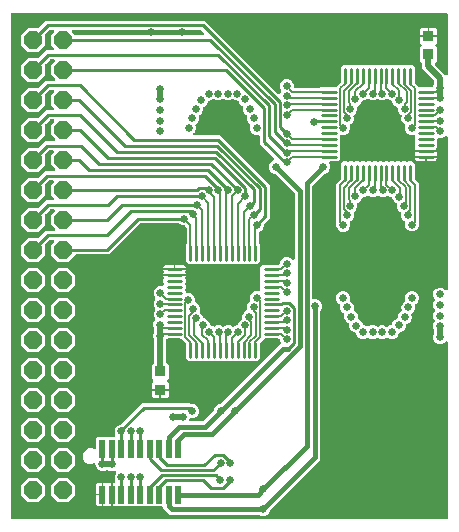
<source format=gbr>
G04 EAGLE Gerber RS-274X export*
G75*
%MOMM*%
%FSLAX34Y34*%
%LPD*%
%INBottom Copper*%
%IPPOS*%
%AMOC8*
5,1,8,0,0,1.08239X$1,22.5*%
G01*
G04 Define Apertures*
%ADD10C,0.250000*%
%ADD11R,0.970200X0.920900*%
%ADD12P,1.64956X8X112.5*%
%ADD13R,0.550000X1.500000*%
%ADD14C,0.654800*%
%ADD15C,0.203200*%
%ADD16C,0.152400*%
%ADD17C,0.254000*%
%ADD18C,0.406400*%
%ADD19C,0.508000*%
G36*
X371685Y2641D02*
X372102Y2926D01*
X372375Y3352D01*
X372460Y3810D01*
X372460Y152172D01*
X372359Y152667D01*
X372074Y153084D01*
X371648Y153356D01*
X371150Y153441D01*
X370658Y153325D01*
X370292Y153070D01*
X369293Y152071D01*
X367157Y151186D01*
X364843Y151186D01*
X362707Y152071D01*
X361071Y153707D01*
X360186Y155843D01*
X360186Y158157D01*
X360823Y159695D01*
X360920Y160181D01*
X360920Y162819D01*
X360823Y163305D01*
X360186Y164843D01*
X360186Y167157D01*
X361071Y169293D01*
X361380Y169602D01*
X361659Y170023D01*
X361752Y170520D01*
X361643Y171014D01*
X361380Y171398D01*
X361071Y171707D01*
X360186Y173843D01*
X360186Y176157D01*
X361071Y178293D01*
X361380Y178602D01*
X361659Y179023D01*
X361752Y179520D01*
X361643Y180014D01*
X361380Y180398D01*
X361071Y180707D01*
X360186Y182843D01*
X360186Y185157D01*
X361071Y187293D01*
X361380Y187602D01*
X361659Y188023D01*
X361752Y188520D01*
X361643Y189014D01*
X361380Y189398D01*
X361071Y189707D01*
X360186Y191843D01*
X360186Y194157D01*
X361071Y196293D01*
X362707Y197929D01*
X364843Y198814D01*
X367157Y198814D01*
X369293Y197929D01*
X370292Y196930D01*
X370713Y196651D01*
X371210Y196558D01*
X371704Y196667D01*
X372116Y196959D01*
X372382Y197389D01*
X372460Y197828D01*
X372460Y326172D01*
X372359Y326667D01*
X372074Y327084D01*
X371648Y327356D01*
X371150Y327441D01*
X370658Y327325D01*
X370292Y327070D01*
X369293Y326071D01*
X367157Y325186D01*
X364810Y325186D01*
X364315Y325085D01*
X363898Y324800D01*
X363625Y324374D01*
X363540Y323916D01*
X363540Y322930D01*
X363508Y322898D01*
X363229Y322477D01*
X363136Y321980D01*
X363245Y321486D01*
X363508Y321102D01*
X363540Y321070D01*
X363540Y317930D01*
X363508Y317898D01*
X363229Y317477D01*
X363136Y316980D01*
X363245Y316486D01*
X363508Y316102D01*
X363540Y316070D01*
X363540Y315262D01*
X344460Y315262D01*
X344460Y316070D01*
X344492Y316102D01*
X344771Y316523D01*
X344864Y317020D01*
X344755Y317514D01*
X344492Y317898D01*
X344460Y317930D01*
X344460Y321070D01*
X344492Y321102D01*
X344771Y321523D01*
X344864Y322020D01*
X344755Y322514D01*
X344492Y322898D01*
X344460Y322930D01*
X344460Y326070D01*
X344480Y326089D01*
X344759Y326511D01*
X344851Y327008D01*
X344743Y327501D01*
X344450Y327914D01*
X344020Y328179D01*
X343521Y328256D01*
X343208Y328186D01*
X340843Y328186D01*
X338707Y329071D01*
X337071Y330707D01*
X336186Y332843D01*
X336186Y335156D01*
X336332Y335509D01*
X336429Y336006D01*
X336324Y336500D01*
X336035Y336915D01*
X335749Y337101D01*
X334071Y338779D01*
X333186Y340915D01*
X333186Y343228D01*
X333332Y343581D01*
X333429Y344078D01*
X333324Y344572D01*
X333035Y344987D01*
X332749Y345173D01*
X331071Y346851D01*
X330186Y348987D01*
X330186Y350491D01*
X330085Y350987D01*
X329800Y351404D01*
X329402Y351665D01*
X327916Y352280D01*
X326280Y353916D01*
X325341Y356184D01*
X325295Y356411D01*
X325009Y356828D01*
X324583Y357101D01*
X324125Y357186D01*
X323843Y357186D01*
X321495Y358159D01*
X321441Y358195D01*
X320944Y358288D01*
X320450Y358179D01*
X320401Y358146D01*
X318085Y357186D01*
X315771Y357186D01*
X313480Y358135D01*
X313327Y358236D01*
X312830Y358329D01*
X312365Y358232D01*
X310013Y357258D01*
X307699Y357258D01*
X305347Y358232D01*
X304851Y358329D01*
X304357Y358224D01*
X304215Y358128D01*
X301941Y357186D01*
X300936Y357186D01*
X300441Y357085D01*
X300024Y356800D01*
X299763Y356402D01*
X299061Y354707D01*
X297425Y353071D01*
X296597Y352728D01*
X296178Y352446D01*
X295902Y352022D01*
X295819Y351553D01*
X295814Y351553D01*
X295814Y351526D01*
X295814Y351524D01*
X295814Y351523D01*
X295814Y348987D01*
X294929Y346851D01*
X293244Y345166D01*
X292936Y344958D01*
X292660Y344535D01*
X292572Y344037D01*
X292668Y343581D01*
X292814Y343228D01*
X292814Y340915D01*
X291929Y338779D01*
X290244Y337094D01*
X289936Y336886D01*
X289660Y336463D01*
X289572Y335965D01*
X289668Y335509D01*
X289814Y335156D01*
X289814Y332843D01*
X288929Y330707D01*
X287293Y329071D01*
X285157Y328186D01*
X282775Y328186D01*
X282408Y328257D01*
X281914Y328153D01*
X281499Y327864D01*
X281230Y327436D01*
X281150Y326937D01*
X281270Y326446D01*
X281520Y326089D01*
X281540Y326070D01*
X281540Y322930D01*
X281508Y322898D01*
X281229Y322477D01*
X281136Y321980D01*
X281245Y321486D01*
X281508Y321102D01*
X281540Y321070D01*
X281540Y317930D01*
X281508Y317898D01*
X281229Y317477D01*
X281136Y316980D01*
X281245Y316486D01*
X281508Y316102D01*
X281540Y316070D01*
X281540Y312930D01*
X281508Y312898D01*
X281229Y312477D01*
X281136Y311980D01*
X281245Y311486D01*
X281508Y311102D01*
X281540Y311070D01*
X281540Y307930D01*
X279320Y305710D01*
X273243Y305710D01*
X272747Y305609D01*
X272331Y305324D01*
X272058Y304898D01*
X271973Y304400D01*
X272069Y303954D01*
X272814Y302156D01*
X272814Y299843D01*
X271929Y297707D01*
X270293Y296071D01*
X268136Y295178D01*
X267683Y295085D01*
X267280Y294814D01*
X257944Y285478D01*
X257665Y285057D01*
X257572Y284580D01*
X257572Y190084D01*
X257673Y189589D01*
X257958Y189172D01*
X258384Y188899D01*
X258842Y188814D01*
X261157Y188814D01*
X263293Y187929D01*
X264929Y186293D01*
X265814Y184157D01*
X265814Y181843D01*
X264920Y179686D01*
X264665Y179300D01*
X264572Y178824D01*
X264572Y53106D01*
X222186Y10720D01*
X221907Y10299D01*
X221822Y9862D01*
X220929Y7707D01*
X219293Y6071D01*
X217157Y5186D01*
X214843Y5186D01*
X212686Y6080D01*
X212300Y6335D01*
X211824Y6428D01*
X137106Y6428D01*
X131428Y12106D01*
X131428Y12190D01*
X131327Y12685D01*
X131042Y13102D01*
X130616Y13375D01*
X130158Y13460D01*
X88762Y13460D01*
X88762Y33540D01*
X89726Y33540D01*
X90221Y33641D01*
X90638Y33926D01*
X90910Y34352D01*
X90995Y34850D01*
X90899Y35296D01*
X90258Y36844D01*
X90258Y39157D01*
X91143Y41293D01*
X91264Y41414D01*
X91543Y41836D01*
X91636Y42333D01*
X91528Y42826D01*
X91235Y43239D01*
X90805Y43504D01*
X90305Y43581D01*
X89880Y43486D01*
X89156Y43186D01*
X86843Y43186D01*
X85305Y43823D01*
X84819Y43920D01*
X83181Y43920D01*
X82695Y43823D01*
X81157Y43186D01*
X78843Y43186D01*
X76707Y44071D01*
X75071Y45707D01*
X74186Y47843D01*
X74186Y48754D01*
X74085Y49250D01*
X73800Y49667D01*
X73374Y49939D01*
X72876Y50024D01*
X72430Y49928D01*
X71301Y49460D01*
X68699Y49460D01*
X66295Y50456D01*
X64456Y52295D01*
X63460Y54699D01*
X63460Y57301D01*
X64456Y59705D01*
X66295Y61544D01*
X68699Y62540D01*
X71301Y62540D01*
X72954Y61855D01*
X73450Y61759D01*
X73945Y61863D01*
X74359Y62152D01*
X74628Y62580D01*
X74710Y63029D01*
X74710Y71052D01*
X76198Y72540D01*
X89726Y72540D01*
X90221Y72641D01*
X90638Y72926D01*
X90910Y73352D01*
X90995Y73850D01*
X90899Y74296D01*
X90258Y75844D01*
X90258Y78157D01*
X91143Y80293D01*
X92779Y81929D01*
X94931Y82820D01*
X95395Y82915D01*
X95798Y83186D01*
X113490Y100878D01*
X154510Y100878D01*
X155202Y100186D01*
X155624Y99907D01*
X156100Y99814D01*
X157157Y99814D01*
X159293Y98929D01*
X160929Y97293D01*
X161814Y95157D01*
X161814Y92843D01*
X160929Y90707D01*
X159293Y89071D01*
X157157Y88186D01*
X154804Y88186D01*
X154309Y88085D01*
X153892Y87800D01*
X153631Y87402D01*
X153600Y87328D01*
X153504Y86832D01*
X153608Y86337D01*
X153897Y85923D01*
X154325Y85654D01*
X154774Y85572D01*
X164580Y85572D01*
X165076Y85673D01*
X165478Y85944D01*
X173814Y94280D01*
X174093Y94701D01*
X174178Y95138D01*
X175071Y97293D01*
X176707Y98929D01*
X178864Y99823D01*
X179318Y99915D01*
X179720Y100186D01*
X230521Y150987D01*
X230800Y151408D01*
X230893Y151905D01*
X230796Y152371D01*
X230186Y153844D01*
X230186Y154440D01*
X230085Y154935D01*
X229800Y155352D01*
X229374Y155625D01*
X228916Y155710D01*
X217906Y155710D01*
X217410Y155609D01*
X217008Y155338D01*
X213662Y151992D01*
X213383Y151571D01*
X213290Y151094D01*
X213290Y138680D01*
X211070Y136460D01*
X207930Y136460D01*
X207898Y136492D01*
X207477Y136771D01*
X206980Y136864D01*
X206486Y136755D01*
X206102Y136492D01*
X206070Y136460D01*
X202930Y136460D01*
X202898Y136492D01*
X202477Y136771D01*
X201980Y136864D01*
X201486Y136755D01*
X201102Y136492D01*
X201070Y136460D01*
X197930Y136460D01*
X197898Y136492D01*
X197477Y136771D01*
X196980Y136864D01*
X196486Y136755D01*
X196102Y136492D01*
X196070Y136460D01*
X192930Y136460D01*
X192898Y136492D01*
X192477Y136771D01*
X191980Y136864D01*
X191486Y136755D01*
X191102Y136492D01*
X191070Y136460D01*
X187930Y136460D01*
X187898Y136492D01*
X187477Y136771D01*
X186980Y136864D01*
X186486Y136755D01*
X186102Y136492D01*
X186070Y136460D01*
X182930Y136460D01*
X182898Y136492D01*
X182477Y136771D01*
X181980Y136864D01*
X181486Y136755D01*
X181102Y136492D01*
X181070Y136460D01*
X177930Y136460D01*
X177898Y136492D01*
X177477Y136771D01*
X176980Y136864D01*
X176486Y136755D01*
X176102Y136492D01*
X176070Y136460D01*
X172930Y136460D01*
X172898Y136492D01*
X172477Y136771D01*
X171980Y136864D01*
X171486Y136755D01*
X171102Y136492D01*
X171070Y136460D01*
X167930Y136460D01*
X167898Y136492D01*
X167477Y136771D01*
X166980Y136864D01*
X166486Y136755D01*
X166102Y136492D01*
X166070Y136460D01*
X162930Y136460D01*
X162898Y136492D01*
X162477Y136771D01*
X161980Y136864D01*
X161486Y136755D01*
X161102Y136492D01*
X161070Y136460D01*
X157930Y136460D01*
X157898Y136492D01*
X157477Y136771D01*
X156980Y136864D01*
X156486Y136755D01*
X156102Y136492D01*
X156070Y136460D01*
X152930Y136460D01*
X150710Y138680D01*
X150710Y151094D01*
X150609Y151590D01*
X150338Y151992D01*
X146992Y155338D01*
X146571Y155617D01*
X146094Y155710D01*
X135350Y155710D01*
X134855Y155609D01*
X134438Y155324D01*
X134165Y154898D01*
X134080Y154440D01*
X134080Y136161D01*
X134181Y135665D01*
X134466Y135248D01*
X134685Y135108D01*
X136391Y133403D01*
X136391Y122089D01*
X135200Y120898D01*
X134921Y120477D01*
X134828Y119980D01*
X134936Y119486D01*
X135200Y119102D01*
X136391Y117911D01*
X136391Y113016D01*
X121609Y113016D01*
X121609Y117911D01*
X122800Y119102D01*
X123080Y119523D01*
X123172Y120020D01*
X123064Y120514D01*
X122800Y120898D01*
X121609Y122089D01*
X121609Y133403D01*
X123311Y135105D01*
X123562Y135277D01*
X123835Y135703D01*
X123920Y136161D01*
X123920Y154819D01*
X123823Y155305D01*
X123186Y156843D01*
X123186Y159157D01*
X123823Y160695D01*
X123920Y161181D01*
X123920Y163819D01*
X123823Y164305D01*
X123186Y165843D01*
X123186Y168157D01*
X124071Y170293D01*
X124446Y170668D01*
X124725Y171089D01*
X124818Y171586D01*
X124709Y172080D01*
X124446Y172464D01*
X124203Y172707D01*
X123318Y174843D01*
X123318Y177157D01*
X124203Y179293D01*
X124512Y179602D01*
X124791Y180023D01*
X124884Y180520D01*
X124775Y181014D01*
X124512Y181398D01*
X124203Y181707D01*
X123318Y183843D01*
X123318Y186157D01*
X124203Y188293D01*
X124512Y188602D01*
X124791Y189023D01*
X124884Y189520D01*
X124775Y190014D01*
X124512Y190398D01*
X124203Y190707D01*
X123318Y192843D01*
X123318Y195157D01*
X124203Y197293D01*
X125839Y198929D01*
X127975Y199814D01*
X130190Y199814D01*
X130685Y199915D01*
X131102Y200200D01*
X131375Y200626D01*
X131457Y201067D01*
X131492Y201102D01*
X131771Y201523D01*
X131864Y202020D01*
X131755Y202514D01*
X131492Y202898D01*
X131460Y202930D01*
X131460Y206070D01*
X131492Y206102D01*
X131771Y206523D01*
X131864Y207020D01*
X131755Y207514D01*
X131492Y207898D01*
X131460Y207930D01*
X131460Y208738D01*
X150540Y208738D01*
X150540Y207930D01*
X150508Y207898D01*
X150229Y207477D01*
X150136Y206980D01*
X150245Y206486D01*
X150508Y206102D01*
X150540Y206070D01*
X150540Y202930D01*
X150508Y202898D01*
X150229Y202477D01*
X150136Y201980D01*
X150245Y201486D01*
X150508Y201102D01*
X150540Y201070D01*
X150540Y197930D01*
X150508Y197898D01*
X150229Y197477D01*
X150136Y196980D01*
X150245Y196486D01*
X150508Y196102D01*
X150540Y196070D01*
X150540Y195285D01*
X150641Y194790D01*
X150926Y194373D01*
X151352Y194101D01*
X151810Y194015D01*
X153991Y194015D01*
X156128Y193130D01*
X157764Y191495D01*
X158649Y189358D01*
X158649Y187081D01*
X158749Y186586D01*
X159035Y186169D01*
X159433Y185908D01*
X160061Y185647D01*
X161697Y184012D01*
X162582Y181875D01*
X162582Y179562D01*
X162260Y178785D01*
X162163Y178289D01*
X162268Y177794D01*
X162535Y177401D01*
X163996Y175940D01*
X164969Y173592D01*
X164982Y173527D01*
X165268Y173110D01*
X165693Y172838D01*
X165752Y172827D01*
X168068Y171868D01*
X169704Y170232D01*
X170676Y167884D01*
X170690Y167820D01*
X170975Y167403D01*
X171401Y167130D01*
X171459Y167119D01*
X173776Y166160D01*
X173825Y166111D01*
X174247Y165831D01*
X174744Y165739D01*
X175209Y165835D01*
X177398Y166742D01*
X179711Y166742D01*
X182063Y165768D01*
X182560Y165671D01*
X183054Y165776D01*
X183196Y165872D01*
X185470Y166814D01*
X187783Y166814D01*
X190064Y165869D01*
X190236Y165755D01*
X190733Y165663D01*
X191227Y165771D01*
X191383Y165878D01*
X193841Y166896D01*
X193930Y166915D01*
X194347Y167200D01*
X194620Y167626D01*
X194626Y167661D01*
X195590Y169988D01*
X197226Y171624D01*
X197785Y171855D01*
X198204Y172138D01*
X198480Y172562D01*
X198569Y173029D01*
X198569Y175403D01*
X199454Y177540D01*
X201089Y179176D01*
X201469Y179333D01*
X201888Y179616D01*
X202164Y180039D01*
X202253Y180537D01*
X202209Y180745D01*
X202209Y183179D01*
X203094Y185316D01*
X204850Y187072D01*
X205129Y187494D01*
X205222Y187991D01*
X205126Y188457D01*
X204926Y188938D01*
X204926Y191251D01*
X205811Y193388D01*
X207447Y195024D01*
X209583Y195909D01*
X211896Y195909D01*
X212104Y195823D01*
X212600Y195726D01*
X213095Y195831D01*
X213488Y196098D01*
X213492Y196102D01*
X213771Y196523D01*
X213864Y197020D01*
X213755Y197514D01*
X213492Y197898D01*
X213460Y197930D01*
X213460Y201070D01*
X213492Y201102D01*
X213771Y201523D01*
X213864Y202020D01*
X213755Y202514D01*
X213492Y202898D01*
X213460Y202930D01*
X213460Y206070D01*
X213492Y206102D01*
X213771Y206523D01*
X213864Y207020D01*
X213755Y207514D01*
X213492Y207898D01*
X213460Y207930D01*
X213460Y211070D01*
X213492Y211102D01*
X213771Y211523D01*
X213864Y212020D01*
X213755Y212514D01*
X213492Y212898D01*
X213460Y212930D01*
X213460Y216070D01*
X215680Y218290D01*
X228916Y218290D01*
X229411Y218391D01*
X229828Y218676D01*
X230101Y219102D01*
X230186Y219560D01*
X230186Y220196D01*
X231071Y222333D01*
X232707Y223968D01*
X234843Y224854D01*
X237157Y224854D01*
X239293Y223968D01*
X240672Y222590D01*
X241093Y222311D01*
X241590Y222218D01*
X242084Y222326D01*
X242496Y222619D01*
X242762Y223049D01*
X242840Y223488D01*
X242840Y278168D01*
X242739Y278664D01*
X242468Y279066D01*
X226720Y294814D01*
X226299Y295093D01*
X225862Y295178D01*
X223707Y296071D01*
X222071Y297707D01*
X221186Y299843D01*
X221186Y302157D01*
X222071Y304293D01*
X223707Y305929D01*
X224762Y306366D01*
X225181Y306649D01*
X225457Y307072D01*
X225546Y307570D01*
X225434Y308063D01*
X225174Y308438D01*
X213126Y320486D01*
X213126Y326916D01*
X213025Y327411D01*
X212740Y327828D01*
X212314Y328101D01*
X211856Y328186D01*
X209711Y328186D01*
X207575Y329071D01*
X205939Y330707D01*
X205054Y332843D01*
X205054Y335157D01*
X205220Y335556D01*
X205316Y336052D01*
X205212Y336547D01*
X204923Y336961D01*
X204825Y337025D01*
X203071Y338779D01*
X202186Y340915D01*
X202186Y343228D01*
X202332Y343581D01*
X202429Y344078D01*
X202324Y344572D01*
X202035Y344987D01*
X201749Y345173D01*
X200071Y346851D01*
X199186Y348987D01*
X199186Y351536D01*
X199196Y351587D01*
X199092Y352082D01*
X198803Y352496D01*
X198412Y352751D01*
X197639Y353071D01*
X196003Y354707D01*
X195301Y356402D01*
X195018Y356821D01*
X194595Y357097D01*
X194128Y357186D01*
X193059Y357186D01*
X190768Y358135D01*
X190615Y358236D01*
X190118Y358329D01*
X189653Y358232D01*
X187301Y357258D01*
X184987Y357258D01*
X182635Y358232D01*
X182139Y358329D01*
X181645Y358224D01*
X181503Y358128D01*
X179229Y357186D01*
X176915Y357186D01*
X174567Y358159D01*
X174513Y358195D01*
X174016Y358288D01*
X173522Y358179D01*
X173473Y358146D01*
X171157Y357186D01*
X170875Y357186D01*
X170379Y357085D01*
X169963Y356800D01*
X169690Y356374D01*
X169651Y356165D01*
X168720Y353916D01*
X167084Y352280D01*
X165598Y351665D01*
X165179Y351382D01*
X164903Y350959D01*
X164814Y350491D01*
X164814Y349040D01*
X163929Y346903D01*
X162244Y345219D01*
X161936Y345011D01*
X161660Y344587D01*
X161572Y344090D01*
X161668Y343634D01*
X161814Y343281D01*
X161814Y340968D01*
X160929Y338831D01*
X159208Y337111D01*
X158981Y336958D01*
X158705Y336534D01*
X158617Y336036D01*
X158713Y335581D01*
X158867Y335209D01*
X158867Y332896D01*
X157982Y330759D01*
X157200Y329978D01*
X156921Y329557D01*
X156828Y329060D01*
X156937Y328566D01*
X157229Y328154D01*
X157659Y327888D01*
X158098Y327810D01*
X179578Y327810D01*
X221810Y285578D01*
X221810Y257422D01*
X217186Y252798D01*
X216907Y252376D01*
X216814Y251900D01*
X216814Y250843D01*
X215929Y248707D01*
X214293Y247071D01*
X213586Y246778D01*
X213167Y246496D01*
X212891Y246072D01*
X212802Y245605D01*
X212802Y236334D01*
X212903Y235839D01*
X213174Y235436D01*
X213290Y235320D01*
X213290Y220680D01*
X211070Y218460D01*
X207930Y218460D01*
X207898Y218492D01*
X207477Y218771D01*
X206980Y218864D01*
X206486Y218755D01*
X206102Y218492D01*
X206070Y218460D01*
X202930Y218460D01*
X202898Y218492D01*
X202477Y218771D01*
X201980Y218864D01*
X201486Y218755D01*
X201102Y218492D01*
X201070Y218460D01*
X197930Y218460D01*
X197898Y218492D01*
X197477Y218771D01*
X196980Y218864D01*
X196486Y218755D01*
X196102Y218492D01*
X196070Y218460D01*
X192930Y218460D01*
X192898Y218492D01*
X192477Y218771D01*
X191980Y218864D01*
X191486Y218755D01*
X191102Y218492D01*
X191070Y218460D01*
X187930Y218460D01*
X187898Y218492D01*
X187477Y218771D01*
X186980Y218864D01*
X186486Y218755D01*
X186102Y218492D01*
X186070Y218460D01*
X182930Y218460D01*
X182898Y218492D01*
X182477Y218771D01*
X181980Y218864D01*
X181486Y218755D01*
X181102Y218492D01*
X181070Y218460D01*
X177930Y218460D01*
X177898Y218492D01*
X177477Y218771D01*
X176980Y218864D01*
X176486Y218755D01*
X176102Y218492D01*
X176070Y218460D01*
X172930Y218460D01*
X172898Y218492D01*
X172477Y218771D01*
X171980Y218864D01*
X171486Y218755D01*
X171102Y218492D01*
X171070Y218460D01*
X167930Y218460D01*
X167898Y218492D01*
X167477Y218771D01*
X166980Y218864D01*
X166486Y218755D01*
X166102Y218492D01*
X166070Y218460D01*
X162930Y218460D01*
X162898Y218492D01*
X162477Y218771D01*
X161980Y218864D01*
X161486Y218755D01*
X161102Y218492D01*
X161070Y218460D01*
X157930Y218460D01*
X157898Y218492D01*
X157477Y218771D01*
X156980Y218864D01*
X156486Y218755D01*
X156102Y218492D01*
X156070Y218460D01*
X152930Y218460D01*
X150710Y220680D01*
X150710Y235320D01*
X150826Y235436D01*
X151105Y235857D01*
X151198Y236334D01*
X151198Y249567D01*
X151097Y250063D01*
X150826Y250465D01*
X150244Y251047D01*
X149823Y251326D01*
X149346Y251419D01*
X147658Y251419D01*
X145521Y252304D01*
X144861Y252965D01*
X144439Y253244D01*
X143963Y253337D01*
X112251Y253337D01*
X111756Y253236D01*
X111353Y252965D01*
X85278Y226890D01*
X57784Y226890D01*
X57289Y226789D01*
X56886Y226518D01*
X50908Y220540D01*
X42492Y220540D01*
X36540Y226492D01*
X36540Y234908D01*
X38654Y237022D01*
X38933Y237443D01*
X39025Y237940D01*
X38917Y238434D01*
X38625Y238846D01*
X38194Y239112D01*
X37756Y239190D01*
X35704Y239190D01*
X35209Y239089D01*
X34806Y238818D01*
X31832Y235844D01*
X31553Y235422D01*
X31460Y234946D01*
X31460Y226492D01*
X25508Y220540D01*
X17092Y220540D01*
X11140Y226492D01*
X11140Y234908D01*
X17092Y240860D01*
X25546Y240860D01*
X26041Y240961D01*
X26444Y241232D01*
X32022Y246810D01*
X38556Y246810D01*
X39051Y246911D01*
X39468Y247196D01*
X39740Y247622D01*
X39825Y248120D01*
X39709Y248612D01*
X39454Y248978D01*
X36540Y251892D01*
X36540Y260308D01*
X39254Y263022D01*
X39533Y263443D01*
X39625Y263940D01*
X39517Y264434D01*
X39225Y264846D01*
X38794Y265112D01*
X38356Y265190D01*
X36304Y265190D01*
X35809Y265089D01*
X35406Y264818D01*
X31832Y261244D01*
X31553Y260822D01*
X31460Y260346D01*
X31460Y251892D01*
X25508Y245940D01*
X17092Y245940D01*
X11140Y251892D01*
X11140Y260308D01*
X17092Y266260D01*
X25546Y266260D01*
X26041Y266361D01*
X26444Y266632D01*
X32622Y272810D01*
X37956Y272810D01*
X38451Y272911D01*
X38868Y273196D01*
X39140Y273622D01*
X39225Y274120D01*
X39109Y274612D01*
X38854Y274978D01*
X36540Y277292D01*
X36540Y285708D01*
X38470Y287638D01*
X38749Y288059D01*
X38841Y288556D01*
X38733Y289050D01*
X38441Y289462D01*
X38010Y289728D01*
X37572Y289806D01*
X35520Y289806D01*
X35025Y289705D01*
X34622Y289434D01*
X31832Y286644D01*
X31553Y286222D01*
X31460Y285746D01*
X31460Y277292D01*
X25508Y271340D01*
X17092Y271340D01*
X11140Y277292D01*
X11140Y285708D01*
X17092Y291660D01*
X25546Y291660D01*
X26041Y291761D01*
X26444Y292032D01*
X31838Y297426D01*
X38740Y297426D01*
X39235Y297527D01*
X39652Y297812D01*
X39924Y298238D01*
X40009Y298736D01*
X39893Y299228D01*
X39638Y299594D01*
X36540Y302692D01*
X36540Y311108D01*
X38454Y313022D01*
X38733Y313443D01*
X38825Y313940D01*
X38717Y314434D01*
X38425Y314846D01*
X37994Y315112D01*
X37556Y315190D01*
X35504Y315190D01*
X35009Y315089D01*
X34606Y314818D01*
X31832Y312044D01*
X31553Y311622D01*
X31460Y311146D01*
X31460Y302692D01*
X25508Y296740D01*
X17092Y296740D01*
X11140Y302692D01*
X11140Y311108D01*
X17092Y317060D01*
X25546Y317060D01*
X26041Y317161D01*
X26444Y317432D01*
X31822Y322810D01*
X38756Y322810D01*
X39251Y322911D01*
X39668Y323196D01*
X39940Y323622D01*
X40025Y324120D01*
X39909Y324612D01*
X39654Y324978D01*
X36540Y328092D01*
X36540Y336508D01*
X39054Y339022D01*
X39333Y339443D01*
X39425Y339940D01*
X39317Y340434D01*
X39025Y340846D01*
X38594Y341112D01*
X38156Y341190D01*
X36104Y341190D01*
X35609Y341089D01*
X35206Y340818D01*
X31832Y337444D01*
X31553Y337022D01*
X31460Y336546D01*
X31460Y328092D01*
X25508Y322140D01*
X17092Y322140D01*
X11140Y328092D01*
X11140Y336508D01*
X17092Y342460D01*
X25546Y342460D01*
X26041Y342561D01*
X26444Y342832D01*
X32422Y348810D01*
X38156Y348810D01*
X38651Y348911D01*
X39068Y349196D01*
X39340Y349622D01*
X39425Y350120D01*
X39309Y350612D01*
X39054Y350978D01*
X36540Y353492D01*
X36540Y361908D01*
X38654Y364022D01*
X38933Y364443D01*
X39025Y364940D01*
X38917Y365434D01*
X38625Y365846D01*
X38194Y366112D01*
X37756Y366190D01*
X35704Y366190D01*
X35209Y366089D01*
X34806Y365818D01*
X31832Y362844D01*
X31553Y362422D01*
X31460Y361946D01*
X31460Y353492D01*
X25508Y347540D01*
X17092Y347540D01*
X11140Y353492D01*
X11140Y361908D01*
X17092Y367860D01*
X25546Y367860D01*
X26041Y367961D01*
X26444Y368232D01*
X32022Y373810D01*
X38556Y373810D01*
X39051Y373911D01*
X39468Y374196D01*
X39740Y374622D01*
X39825Y375120D01*
X39709Y375612D01*
X39454Y375978D01*
X36540Y378892D01*
X36540Y387308D01*
X39254Y390022D01*
X39533Y390443D01*
X39625Y390940D01*
X39517Y391434D01*
X39225Y391846D01*
X38794Y392112D01*
X38356Y392190D01*
X36304Y392190D01*
X35809Y392089D01*
X35406Y391818D01*
X31832Y388244D01*
X31553Y387822D01*
X31460Y387346D01*
X31460Y378892D01*
X25508Y372940D01*
X17092Y372940D01*
X11140Y378892D01*
X11140Y387308D01*
X17092Y393260D01*
X25546Y393260D01*
X26041Y393361D01*
X26444Y393632D01*
X32622Y399810D01*
X37956Y399810D01*
X38451Y399911D01*
X38868Y400196D01*
X39140Y400622D01*
X39225Y401120D01*
X39109Y401612D01*
X38854Y401978D01*
X36540Y404292D01*
X36540Y412708D01*
X38922Y415090D01*
X39201Y415511D01*
X39293Y416008D01*
X39185Y416502D01*
X38893Y416914D01*
X38462Y417180D01*
X38024Y417258D01*
X35972Y417258D01*
X35477Y417157D01*
X35074Y416886D01*
X31832Y413644D01*
X31553Y413222D01*
X31460Y412746D01*
X31460Y404292D01*
X25508Y398340D01*
X17092Y398340D01*
X11140Y404292D01*
X11140Y412708D01*
X17092Y418660D01*
X25546Y418660D01*
X26041Y418761D01*
X26444Y419032D01*
X32290Y424878D01*
X166510Y424878D01*
X228499Y362889D01*
X228921Y362610D01*
X229418Y362517D01*
X229911Y362626D01*
X230323Y362918D01*
X230571Y363301D01*
X231159Y364721D01*
X231195Y364775D01*
X231288Y365272D01*
X231179Y365766D01*
X231146Y365815D01*
X230186Y368131D01*
X230186Y370445D01*
X231071Y372581D01*
X232707Y374217D01*
X234843Y375102D01*
X237157Y375102D01*
X239293Y374217D01*
X240929Y372581D01*
X241814Y370445D01*
X241814Y369072D01*
X241915Y368577D01*
X242200Y368160D01*
X242626Y367887D01*
X243084Y367802D01*
X263666Y367802D01*
X264161Y367903D01*
X264564Y368174D01*
X264680Y368290D01*
X277094Y368290D01*
X277590Y368391D01*
X277992Y368662D01*
X281338Y372008D01*
X281617Y372429D01*
X281710Y372906D01*
X281710Y385320D01*
X283930Y387540D01*
X287070Y387540D01*
X287102Y387508D01*
X287523Y387229D01*
X288020Y387136D01*
X288514Y387245D01*
X288898Y387508D01*
X288930Y387540D01*
X292070Y387540D01*
X292102Y387508D01*
X292523Y387229D01*
X293020Y387136D01*
X293514Y387245D01*
X293898Y387508D01*
X293930Y387540D01*
X297070Y387540D01*
X297102Y387508D01*
X297523Y387229D01*
X298020Y387136D01*
X298514Y387245D01*
X298898Y387508D01*
X298930Y387540D01*
X302070Y387540D01*
X302102Y387508D01*
X302523Y387229D01*
X303020Y387136D01*
X303514Y387245D01*
X303898Y387508D01*
X303930Y387540D01*
X307070Y387540D01*
X307102Y387508D01*
X307523Y387229D01*
X308020Y387136D01*
X308514Y387245D01*
X308898Y387508D01*
X308930Y387540D01*
X312070Y387540D01*
X312102Y387508D01*
X312523Y387229D01*
X313020Y387136D01*
X313514Y387245D01*
X313898Y387508D01*
X313930Y387540D01*
X317070Y387540D01*
X317102Y387508D01*
X317523Y387229D01*
X318020Y387136D01*
X318514Y387245D01*
X318898Y387508D01*
X318930Y387540D01*
X322070Y387540D01*
X322102Y387508D01*
X322523Y387229D01*
X323020Y387136D01*
X323514Y387245D01*
X323898Y387508D01*
X323930Y387540D01*
X327070Y387540D01*
X327102Y387508D01*
X327523Y387229D01*
X328020Y387136D01*
X328514Y387245D01*
X328898Y387508D01*
X328930Y387540D01*
X332070Y387540D01*
X332102Y387508D01*
X332523Y387229D01*
X333020Y387136D01*
X333514Y387245D01*
X333898Y387508D01*
X333930Y387540D01*
X337070Y387540D01*
X337102Y387508D01*
X337523Y387229D01*
X338020Y387136D01*
X338514Y387245D01*
X338898Y387508D01*
X338930Y387540D01*
X342070Y387540D01*
X344290Y385320D01*
X344290Y372906D01*
X344391Y372410D01*
X344662Y372008D01*
X348008Y368662D01*
X348429Y368383D01*
X348906Y368290D01*
X358979Y368290D01*
X359474Y368391D01*
X359891Y368676D01*
X360152Y369074D01*
X360823Y370695D01*
X360920Y371181D01*
X360920Y373370D01*
X360819Y373865D01*
X360548Y374268D01*
X351693Y383122D01*
X350920Y384990D01*
X350920Y387840D01*
X350819Y388335D01*
X350534Y388752D01*
X350315Y388892D01*
X348609Y390597D01*
X348609Y401911D01*
X349800Y403102D01*
X350080Y403523D01*
X350172Y404020D01*
X350064Y404514D01*
X349800Y404898D01*
X348609Y406089D01*
X348609Y410984D01*
X363391Y410984D01*
X363391Y406089D01*
X362200Y404898D01*
X361921Y404477D01*
X361828Y403980D01*
X361936Y403486D01*
X362200Y403102D01*
X363391Y401911D01*
X363391Y390597D01*
X361887Y389093D01*
X361608Y388672D01*
X361515Y388175D01*
X361624Y387681D01*
X361887Y387297D01*
X370292Y378892D01*
X370713Y378613D01*
X371210Y378520D01*
X371704Y378629D01*
X372116Y378921D01*
X372382Y379351D01*
X372460Y379790D01*
X372460Y430190D01*
X372359Y430685D01*
X372074Y431102D01*
X371648Y431375D01*
X371190Y431460D01*
X3810Y431460D01*
X3315Y431359D01*
X2898Y431074D01*
X2625Y430648D01*
X2540Y430190D01*
X2540Y3810D01*
X2641Y3315D01*
X2926Y2898D01*
X3352Y2625D01*
X3810Y2540D01*
X371190Y2540D01*
X371685Y2641D01*
G37*
%LPC*%
G36*
X356762Y412508D02*
X356762Y418891D01*
X361903Y418891D01*
X363391Y417403D01*
X363391Y412508D01*
X356762Y412508D01*
G37*
G36*
X348609Y412508D02*
X348609Y417403D01*
X350097Y418891D01*
X355238Y418891D01*
X355238Y412508D01*
X348609Y412508D01*
G37*
G36*
X344460Y310262D02*
X344460Y311070D01*
X344492Y311102D01*
X344771Y311523D01*
X344864Y312020D01*
X344755Y312514D01*
X344492Y312898D01*
X344460Y312930D01*
X344460Y313738D01*
X363540Y313738D01*
X363540Y312930D01*
X363508Y312898D01*
X363229Y312477D01*
X363136Y311980D01*
X363245Y311486D01*
X363508Y311102D01*
X363540Y311070D01*
X363540Y310262D01*
X344460Y310262D01*
G37*
G36*
X354762Y305710D02*
X354762Y308738D01*
X363540Y308738D01*
X363540Y307930D01*
X361320Y305710D01*
X354762Y305710D01*
G37*
G36*
X346680Y305710D02*
X344460Y307930D01*
X344460Y308738D01*
X353238Y308738D01*
X353238Y305710D01*
X346680Y305710D01*
G37*
G36*
X282843Y246186D02*
X280707Y247071D01*
X279071Y248707D01*
X278186Y250843D01*
X278186Y252618D01*
X278090Y253091D01*
X278090Y286760D01*
X281338Y290008D01*
X281617Y290429D01*
X281710Y290906D01*
X281710Y303320D01*
X283930Y305540D01*
X287070Y305540D01*
X287102Y305508D01*
X287523Y305229D01*
X288020Y305136D01*
X288514Y305245D01*
X288898Y305508D01*
X288930Y305540D01*
X292070Y305540D01*
X292102Y305508D01*
X292523Y305229D01*
X293020Y305136D01*
X293514Y305245D01*
X293898Y305508D01*
X293930Y305540D01*
X297070Y305540D01*
X297102Y305508D01*
X297523Y305229D01*
X298020Y305136D01*
X298514Y305245D01*
X298898Y305508D01*
X298930Y305540D01*
X302070Y305540D01*
X302102Y305508D01*
X302523Y305229D01*
X303020Y305136D01*
X303514Y305245D01*
X303898Y305508D01*
X303930Y305540D01*
X307070Y305540D01*
X307102Y305508D01*
X307523Y305229D01*
X308020Y305136D01*
X308514Y305245D01*
X308898Y305508D01*
X308930Y305540D01*
X312070Y305540D01*
X312102Y305508D01*
X312523Y305229D01*
X313020Y305136D01*
X313514Y305245D01*
X313898Y305508D01*
X313930Y305540D01*
X317070Y305540D01*
X317102Y305508D01*
X317523Y305229D01*
X318020Y305136D01*
X318514Y305245D01*
X318898Y305508D01*
X318930Y305540D01*
X322070Y305540D01*
X322102Y305508D01*
X322523Y305229D01*
X323020Y305136D01*
X323514Y305245D01*
X323898Y305508D01*
X323930Y305540D01*
X327070Y305540D01*
X327102Y305508D01*
X327523Y305229D01*
X328020Y305136D01*
X328514Y305245D01*
X328898Y305508D01*
X328930Y305540D01*
X332070Y305540D01*
X332102Y305508D01*
X332523Y305229D01*
X333020Y305136D01*
X333514Y305245D01*
X333898Y305508D01*
X333930Y305540D01*
X337070Y305540D01*
X337102Y305508D01*
X337523Y305229D01*
X338020Y305136D01*
X338514Y305245D01*
X338898Y305508D01*
X338930Y305540D01*
X342070Y305540D01*
X344290Y303320D01*
X344290Y290906D01*
X344391Y290410D01*
X344662Y290008D01*
X347758Y286912D01*
X347758Y254042D01*
X347854Y253556D01*
X348000Y253205D01*
X348000Y250892D01*
X347115Y248755D01*
X345479Y247120D01*
X343342Y246235D01*
X341029Y246235D01*
X338892Y247120D01*
X337257Y248755D01*
X336372Y250892D01*
X336372Y253205D01*
X336475Y253456D01*
X336572Y253952D01*
X336467Y254446D01*
X336178Y254861D01*
X335788Y255115D01*
X335602Y255192D01*
X333967Y256827D01*
X333082Y258964D01*
X333082Y261430D01*
X333122Y261637D01*
X333017Y262132D01*
X332728Y262546D01*
X332338Y262800D01*
X331954Y262959D01*
X330319Y264595D01*
X329434Y266732D01*
X329434Y269107D01*
X329333Y269602D01*
X329047Y270019D01*
X328650Y270280D01*
X328091Y270511D01*
X326455Y272147D01*
X325521Y274402D01*
X325238Y274821D01*
X324815Y275097D01*
X324347Y275186D01*
X324163Y275186D01*
X321815Y276159D01*
X321761Y276195D01*
X321264Y276288D01*
X320770Y276179D01*
X320721Y276146D01*
X318405Y275186D01*
X316091Y275186D01*
X313863Y276109D01*
X313601Y276283D01*
X313104Y276376D01*
X312610Y276267D01*
X312527Y276210D01*
X310229Y275258D01*
X307915Y275258D01*
X305563Y276232D01*
X305067Y276329D01*
X304573Y276224D01*
X304431Y276128D01*
X302157Y275186D01*
X300804Y275186D01*
X300309Y275085D01*
X299892Y274800D01*
X299631Y274402D01*
X298929Y272707D01*
X297293Y271071D01*
X296578Y270775D01*
X296159Y270492D01*
X295883Y270069D01*
X295794Y269571D01*
X295814Y269478D01*
X295814Y266987D01*
X294929Y264851D01*
X293244Y263166D01*
X292936Y262958D01*
X292660Y262535D01*
X292572Y262037D01*
X292668Y261581D01*
X292814Y261228D01*
X292814Y258915D01*
X291929Y256779D01*
X290244Y255094D01*
X289936Y254886D01*
X289660Y254463D01*
X289572Y253965D01*
X289668Y253509D01*
X289814Y253156D01*
X289814Y250843D01*
X288929Y248707D01*
X287293Y247071D01*
X285157Y246186D01*
X282843Y246186D01*
G37*
G36*
X141762Y215262D02*
X141762Y218290D01*
X148320Y218290D01*
X150540Y216070D01*
X150540Y215262D01*
X141762Y215262D01*
G37*
G36*
X131460Y215262D02*
X131460Y216070D01*
X133680Y218290D01*
X140238Y218290D01*
X140238Y215262D01*
X131460Y215262D01*
G37*
G36*
X17092Y195140D02*
X11140Y201092D01*
X11140Y209508D01*
X17092Y215460D01*
X25508Y215460D01*
X31460Y209508D01*
X31460Y201092D01*
X25508Y195140D01*
X17092Y195140D01*
G37*
G36*
X42492Y195140D02*
X36540Y201092D01*
X36540Y209508D01*
X42492Y215460D01*
X50908Y215460D01*
X56860Y209508D01*
X56860Y201092D01*
X50908Y195140D01*
X42492Y195140D01*
G37*
G36*
X131460Y210262D02*
X131460Y211070D01*
X131492Y211102D01*
X131771Y211523D01*
X131864Y212020D01*
X131755Y212514D01*
X131492Y212898D01*
X131460Y212930D01*
X131460Y213738D01*
X150540Y213738D01*
X150540Y212930D01*
X150508Y212898D01*
X150229Y212477D01*
X150136Y211980D01*
X150245Y211486D01*
X150508Y211102D01*
X150540Y211070D01*
X150540Y210262D01*
X131460Y210262D01*
G37*
G36*
X315771Y155114D02*
X313543Y156037D01*
X313281Y156211D01*
X312784Y156304D01*
X312290Y156195D01*
X312207Y156138D01*
X309909Y155186D01*
X307595Y155186D01*
X305247Y156159D01*
X305193Y156195D01*
X304696Y156288D01*
X304202Y156179D01*
X304153Y156146D01*
X301837Y155186D01*
X299523Y155186D01*
X297387Y156071D01*
X295751Y157707D01*
X294814Y159970D01*
X294531Y160389D01*
X294108Y160665D01*
X293640Y160754D01*
X293451Y160754D01*
X291315Y161639D01*
X289679Y163275D01*
X288794Y165411D01*
X288794Y167786D01*
X288693Y168281D01*
X288408Y168698D01*
X288010Y168959D01*
X287451Y169191D01*
X285815Y170827D01*
X284930Y172963D01*
X284930Y175418D01*
X284975Y175646D01*
X284870Y176141D01*
X284581Y176555D01*
X284191Y176810D01*
X283811Y176967D01*
X282175Y178602D01*
X281290Y180739D01*
X281290Y183052D01*
X281392Y183297D01*
X281488Y183793D01*
X281384Y184287D01*
X281095Y184702D01*
X280704Y184956D01*
X280505Y185039D01*
X278869Y186674D01*
X277984Y188811D01*
X277984Y191124D01*
X278869Y193261D01*
X280505Y194897D01*
X282641Y195782D01*
X284955Y195782D01*
X287091Y194897D01*
X288727Y193261D01*
X289612Y191124D01*
X289612Y188811D01*
X289511Y188567D01*
X289414Y188070D01*
X289519Y187576D01*
X289808Y187161D01*
X290198Y186907D01*
X290398Y186825D01*
X292033Y185189D01*
X292918Y183052D01*
X292918Y180597D01*
X292874Y180369D01*
X292979Y179875D01*
X293268Y179460D01*
X293658Y179206D01*
X294038Y179049D01*
X295673Y177413D01*
X296558Y175276D01*
X296558Y172902D01*
X296659Y172406D01*
X296945Y171989D01*
X297342Y171728D01*
X297901Y171497D01*
X299537Y169861D01*
X300474Y167598D01*
X300757Y167179D01*
X301180Y166903D01*
X301648Y166814D01*
X301837Y166814D01*
X304185Y165841D01*
X304239Y165805D01*
X304736Y165712D01*
X305230Y165821D01*
X305279Y165854D01*
X307595Y166814D01*
X309909Y166814D01*
X312137Y165891D01*
X312399Y165717D01*
X312896Y165624D01*
X313390Y165733D01*
X313473Y165790D01*
X315771Y166742D01*
X318085Y166742D01*
X320437Y165768D01*
X320933Y165671D01*
X321427Y165776D01*
X321569Y165872D01*
X323843Y166814D01*
X324125Y166814D01*
X324621Y166915D01*
X325037Y167200D01*
X325310Y167626D01*
X325349Y167835D01*
X326280Y170084D01*
X327916Y171720D01*
X329402Y172335D01*
X329821Y172618D01*
X330097Y173041D01*
X330186Y173509D01*
X330186Y175013D01*
X331071Y177149D01*
X332756Y178834D01*
X333064Y179042D01*
X333340Y179465D01*
X333428Y179963D01*
X333332Y180419D01*
X333186Y180772D01*
X333186Y183085D01*
X334071Y185221D01*
X335756Y186906D01*
X336064Y187114D01*
X336340Y187537D01*
X336428Y188035D01*
X336332Y188491D01*
X336186Y188844D01*
X336186Y191157D01*
X337071Y193293D01*
X338707Y194929D01*
X340843Y195814D01*
X343157Y195814D01*
X345293Y194929D01*
X346929Y193293D01*
X347814Y191157D01*
X347814Y188843D01*
X346929Y186707D01*
X345244Y185022D01*
X344936Y184814D01*
X344660Y184391D01*
X344572Y183893D01*
X344668Y183437D01*
X344814Y183084D01*
X344814Y180771D01*
X343929Y178635D01*
X342244Y176950D01*
X341936Y176742D01*
X341660Y176319D01*
X341572Y175821D01*
X341668Y175365D01*
X341814Y175012D01*
X341814Y172699D01*
X340929Y170563D01*
X339293Y168927D01*
X337807Y168312D01*
X337388Y168029D01*
X337112Y167605D01*
X337023Y167138D01*
X337023Y165634D01*
X336138Y163498D01*
X334503Y161862D01*
X332366Y160977D01*
X332084Y160977D01*
X331589Y160876D01*
X331172Y160590D01*
X330899Y160165D01*
X330860Y159955D01*
X329929Y157707D01*
X328293Y156071D01*
X326157Y155186D01*
X323843Y155186D01*
X321491Y156160D01*
X320995Y156257D01*
X320501Y156152D01*
X320359Y156056D01*
X318085Y155114D01*
X315771Y155114D01*
G37*
G36*
X42492Y169740D02*
X36540Y175692D01*
X36540Y184108D01*
X42492Y190060D01*
X50908Y190060D01*
X56860Y184108D01*
X56860Y175692D01*
X50908Y169740D01*
X42492Y169740D01*
G37*
G36*
X17092Y169740D02*
X11140Y175692D01*
X11140Y184108D01*
X17092Y190060D01*
X25508Y190060D01*
X31460Y184108D01*
X31460Y175692D01*
X25508Y169740D01*
X17092Y169740D01*
G37*
G36*
X42492Y144340D02*
X36540Y150292D01*
X36540Y158708D01*
X42492Y164660D01*
X50908Y164660D01*
X56860Y158708D01*
X56860Y150292D01*
X50908Y144340D01*
X42492Y144340D01*
G37*
G36*
X17092Y144340D02*
X11140Y150292D01*
X11140Y158708D01*
X17092Y164660D01*
X25508Y164660D01*
X31460Y158708D01*
X31460Y150292D01*
X25508Y144340D01*
X17092Y144340D01*
G37*
G36*
X17092Y118940D02*
X11140Y124892D01*
X11140Y133308D01*
X17092Y139260D01*
X25508Y139260D01*
X31460Y133308D01*
X31460Y124892D01*
X25508Y118940D01*
X17092Y118940D01*
G37*
G36*
X42492Y118940D02*
X36540Y124892D01*
X36540Y133308D01*
X42492Y139260D01*
X50908Y139260D01*
X56860Y133308D01*
X56860Y124892D01*
X50908Y118940D01*
X42492Y118940D01*
G37*
G36*
X17092Y93540D02*
X11140Y99492D01*
X11140Y107908D01*
X17092Y113860D01*
X25508Y113860D01*
X31460Y107908D01*
X31460Y99492D01*
X25508Y93540D01*
X17092Y93540D01*
G37*
G36*
X42492Y93540D02*
X36540Y99492D01*
X36540Y107908D01*
X42492Y113860D01*
X50908Y113860D01*
X56860Y107908D01*
X56860Y99492D01*
X50908Y93540D01*
X42492Y93540D01*
G37*
G36*
X129762Y105110D02*
X129762Y111492D01*
X136391Y111492D01*
X136391Y106597D01*
X134903Y105110D01*
X129762Y105110D01*
G37*
G36*
X123097Y105110D02*
X121609Y106597D01*
X121609Y111492D01*
X128238Y111492D01*
X128238Y105110D01*
X123097Y105110D01*
G37*
G36*
X17092Y68140D02*
X11140Y74092D01*
X11140Y82508D01*
X17092Y88460D01*
X25508Y88460D01*
X31460Y82508D01*
X31460Y74092D01*
X25508Y68140D01*
X17092Y68140D01*
G37*
G36*
X42492Y68140D02*
X36540Y74092D01*
X36540Y82508D01*
X42492Y88460D01*
X50908Y88460D01*
X56860Y82508D01*
X56860Y74092D01*
X50908Y68140D01*
X42492Y68140D01*
G37*
G36*
X42492Y42740D02*
X36540Y48692D01*
X36540Y57108D01*
X42492Y63060D01*
X50908Y63060D01*
X56860Y57108D01*
X56860Y48692D01*
X50908Y42740D01*
X42492Y42740D01*
G37*
G36*
X17092Y42740D02*
X11140Y48692D01*
X11140Y57108D01*
X17092Y63060D01*
X25508Y63060D01*
X31460Y57108D01*
X31460Y48692D01*
X25508Y42740D01*
X17092Y42740D01*
G37*
G36*
X42492Y17340D02*
X36540Y23292D01*
X36540Y31708D01*
X42492Y37660D01*
X50908Y37660D01*
X56860Y31708D01*
X56860Y23292D01*
X50908Y17340D01*
X42492Y17340D01*
G37*
G36*
X17092Y17340D02*
X11140Y23292D01*
X11140Y31708D01*
X17092Y37660D01*
X25508Y37660D01*
X31460Y31708D01*
X31460Y23292D01*
X25508Y17340D01*
X17092Y17340D01*
G37*
G36*
X80762Y13460D02*
X80762Y33540D01*
X87238Y33540D01*
X87238Y13460D01*
X80762Y13460D01*
G37*
G36*
X74710Y24262D02*
X74710Y32052D01*
X76198Y33540D01*
X79238Y33540D01*
X79238Y24262D01*
X74710Y24262D01*
G37*
G36*
X76198Y13460D02*
X74710Y14948D01*
X74710Y22738D01*
X79238Y22738D01*
X79238Y13460D01*
X76198Y13460D01*
G37*
%LPD*%
G36*
X165731Y412411D02*
X166148Y412696D01*
X166420Y413122D01*
X166505Y413620D01*
X166389Y414112D01*
X166134Y414478D01*
X163726Y416886D01*
X163304Y417165D01*
X162828Y417258D01*
X55376Y417258D01*
X54881Y417157D01*
X54464Y416872D01*
X54192Y416446D01*
X54107Y415948D01*
X54223Y415456D01*
X54478Y415090D01*
X56886Y412682D01*
X57308Y412403D01*
X57784Y412310D01*
X165236Y412310D01*
X165731Y412411D01*
G37*
D10*
X285500Y383750D02*
X285500Y372250D01*
X290500Y372250D02*
X290500Y383750D01*
X295500Y383750D02*
X295500Y372250D01*
X300500Y372250D02*
X300500Y383750D01*
X305500Y383750D02*
X305500Y372250D01*
X310500Y372250D02*
X310500Y383750D01*
X315500Y383750D02*
X315500Y372250D01*
X320500Y372250D02*
X320500Y383750D01*
X325500Y383750D02*
X325500Y372250D01*
X330500Y372250D02*
X330500Y383750D01*
X335500Y383750D02*
X335500Y372250D01*
X340500Y372250D02*
X340500Y383750D01*
X348250Y364500D02*
X359750Y364500D01*
X359750Y359500D02*
X348250Y359500D01*
X348250Y354500D02*
X359750Y354500D01*
X359750Y349500D02*
X348250Y349500D01*
X348250Y344500D02*
X359750Y344500D01*
X359750Y339500D02*
X348250Y339500D01*
X348250Y334500D02*
X359750Y334500D01*
X359750Y329500D02*
X348250Y329500D01*
X348250Y324500D02*
X359750Y324500D01*
X359750Y319500D02*
X348250Y319500D01*
X348250Y314500D02*
X359750Y314500D01*
X359750Y309500D02*
X348250Y309500D01*
X340500Y301750D02*
X340500Y290250D01*
X335500Y290250D02*
X335500Y301750D01*
X330500Y301750D02*
X330500Y290250D01*
X325500Y290250D02*
X325500Y301750D01*
X320500Y301750D02*
X320500Y290250D01*
X315500Y290250D02*
X315500Y301750D01*
X310500Y301750D02*
X310500Y290250D01*
X305500Y290250D02*
X305500Y301750D01*
X300500Y301750D02*
X300500Y290250D01*
X295500Y290250D02*
X295500Y301750D01*
X290500Y301750D02*
X290500Y290250D01*
X285500Y290250D02*
X285500Y301750D01*
X277750Y309500D02*
X266250Y309500D01*
X266250Y314500D02*
X277750Y314500D01*
X277750Y319500D02*
X266250Y319500D01*
X266250Y324500D02*
X277750Y324500D01*
X277750Y329500D02*
X266250Y329500D01*
X266250Y334500D02*
X277750Y334500D01*
X277750Y339500D02*
X266250Y339500D01*
X266250Y344500D02*
X277750Y344500D01*
X277750Y349500D02*
X266250Y349500D01*
X266250Y354500D02*
X277750Y354500D01*
X277750Y359500D02*
X266250Y359500D01*
X266250Y364500D02*
X277750Y364500D01*
D11*
X356000Y411746D03*
X356000Y396254D03*
D10*
X209500Y151750D02*
X209500Y140250D01*
X204500Y140250D02*
X204500Y151750D01*
X199500Y151750D02*
X199500Y140250D01*
X194500Y140250D02*
X194500Y151750D01*
X189500Y151750D02*
X189500Y140250D01*
X184500Y140250D02*
X184500Y151750D01*
X179500Y151750D02*
X179500Y140250D01*
X174500Y140250D02*
X174500Y151750D01*
X169500Y151750D02*
X169500Y140250D01*
X164500Y140250D02*
X164500Y151750D01*
X159500Y151750D02*
X159500Y140250D01*
X154500Y140250D02*
X154500Y151750D01*
X146750Y159500D02*
X135250Y159500D01*
X135250Y164500D02*
X146750Y164500D01*
X146750Y169500D02*
X135250Y169500D01*
X135250Y174500D02*
X146750Y174500D01*
X146750Y179500D02*
X135250Y179500D01*
X135250Y184500D02*
X146750Y184500D01*
X146750Y189500D02*
X135250Y189500D01*
X135250Y194500D02*
X146750Y194500D01*
X146750Y199500D02*
X135250Y199500D01*
X135250Y204500D02*
X146750Y204500D01*
X146750Y209500D02*
X135250Y209500D01*
X135250Y214500D02*
X146750Y214500D01*
X154500Y222250D02*
X154500Y233750D01*
X159500Y233750D02*
X159500Y222250D01*
X164500Y222250D02*
X164500Y233750D01*
X169500Y233750D02*
X169500Y222250D01*
X174500Y222250D02*
X174500Y233750D01*
X179500Y233750D02*
X179500Y222250D01*
X184500Y222250D02*
X184500Y233750D01*
X189500Y233750D02*
X189500Y222250D01*
X194500Y222250D02*
X194500Y233750D01*
X199500Y233750D02*
X199500Y222250D01*
X204500Y222250D02*
X204500Y233750D01*
X209500Y233750D02*
X209500Y222250D01*
X217250Y214500D02*
X228750Y214500D01*
X228750Y209500D02*
X217250Y209500D01*
X217250Y204500D02*
X228750Y204500D01*
X228750Y199500D02*
X217250Y199500D01*
X217250Y194500D02*
X228750Y194500D01*
X228750Y189500D02*
X217250Y189500D01*
X217250Y184500D02*
X228750Y184500D01*
X228750Y179500D02*
X217250Y179500D01*
X217250Y174500D02*
X228750Y174500D01*
X228750Y169500D02*
X217250Y169500D01*
X217250Y164500D02*
X228750Y164500D01*
X228750Y159500D02*
X217250Y159500D01*
D11*
X129000Y112254D03*
X129000Y127746D03*
D12*
X46700Y27500D03*
X21300Y27500D03*
X46700Y52900D03*
X21300Y52900D03*
X46700Y78300D03*
X21300Y78300D03*
X46700Y103700D03*
X21300Y103700D03*
X46700Y129100D03*
X21300Y129100D03*
X46700Y154500D03*
X21300Y154500D03*
X46700Y179900D03*
X21300Y179900D03*
X46700Y205300D03*
X21300Y205300D03*
X46700Y230700D03*
X21300Y230700D03*
X46700Y256100D03*
X21300Y256100D03*
X46700Y281500D03*
X21300Y281500D03*
X46700Y306900D03*
X21300Y306900D03*
X46700Y332300D03*
X21300Y332300D03*
X46700Y357700D03*
X21300Y357700D03*
X46700Y383100D03*
X21300Y383100D03*
X46700Y408500D03*
X21300Y408500D03*
D13*
X80000Y23500D03*
X80000Y62500D03*
X88000Y23500D03*
X88000Y62500D03*
X96000Y23500D03*
X96000Y62500D03*
X104000Y23500D03*
X104000Y62500D03*
X112000Y23500D03*
X112000Y62500D03*
X120000Y23500D03*
X120000Y62500D03*
X128000Y23500D03*
X128000Y62500D03*
X136000Y23500D03*
X136000Y62500D03*
X144000Y23500D03*
X144000Y62500D03*
D14*
X366000Y208000D03*
X366000Y217000D03*
D15*
X364500Y314500D02*
X354000Y314500D01*
X364500Y314500D02*
X366000Y316000D01*
D14*
X366000Y316000D03*
D15*
X363500Y309500D02*
X354000Y309500D01*
X363500Y309500D02*
X366000Y307000D01*
D14*
X366000Y307000D03*
X175000Y113000D03*
X162000Y128000D03*
X88000Y9000D03*
X80000Y9000D03*
X120000Y9000D03*
X112000Y9000D03*
X119000Y104000D03*
X360000Y100000D03*
X347000Y112000D03*
X356000Y426000D03*
X343000Y412000D03*
X147000Y415000D03*
X121000Y415000D03*
X367000Y8000D03*
X367000Y19000D03*
X356000Y8000D03*
X8000Y8000D03*
X19000Y8000D03*
X8000Y19000D03*
X8000Y426000D03*
X19000Y426000D03*
X8000Y415000D03*
X367000Y426000D03*
X367000Y415000D03*
D16*
X154500Y152500D02*
X154500Y146000D01*
X340500Y371500D02*
X340500Y378000D01*
X340500Y371500D02*
X344608Y367392D01*
D14*
X342000Y334000D03*
X342000Y190000D03*
X153053Y334053D03*
D16*
X150286Y156714D02*
X154500Y152500D01*
X150286Y156714D02*
X150286Y185479D01*
D14*
X152835Y188201D03*
D16*
X152835Y188028D02*
X150286Y185479D01*
X152835Y188028D02*
X152835Y188201D01*
X344608Y336608D02*
X344608Y367392D01*
X344608Y336608D02*
X342000Y334000D01*
X159500Y152500D02*
X159500Y146000D01*
X335500Y371500D02*
X335500Y378000D01*
X341560Y347697D02*
X339000Y345137D01*
X341560Y365440D02*
X335500Y371500D01*
X341560Y365440D02*
X341560Y347697D01*
X339000Y345137D02*
X339000Y342072D01*
D14*
X339000Y342072D03*
X339000Y181928D03*
X156000Y342125D03*
D16*
X156768Y178261D02*
X153334Y174828D01*
X153334Y158666D02*
X159500Y152500D01*
X153334Y158666D02*
X153334Y174828D01*
D14*
X156768Y180719D03*
D16*
X156768Y178261D01*
X164500Y151811D02*
X164500Y146000D01*
X164500Y151811D02*
X157440Y158871D01*
X330500Y372189D02*
X330500Y378000D01*
X337560Y355697D02*
X336000Y354137D01*
X337560Y365129D02*
X330500Y372189D01*
X337560Y365129D02*
X337560Y355697D01*
X336000Y354137D02*
X336000Y350144D01*
D14*
X336000Y350144D03*
X336000Y173856D03*
X159000Y350197D03*
X159067Y172647D03*
D16*
X157440Y171019D01*
X157440Y158871D01*
X325500Y371500D02*
X325500Y378000D01*
D14*
X163791Y357209D03*
X331209Y357209D03*
D16*
X331209Y365791D02*
X325500Y371500D01*
X331209Y365791D02*
X331209Y357209D01*
D14*
X331209Y166791D03*
D16*
X169500Y153972D02*
X164734Y158739D01*
X169500Y153972D02*
X169500Y146000D01*
D14*
X164775Y166939D03*
D16*
X164734Y166897D01*
X164734Y158739D01*
D14*
X170000Y363000D03*
D16*
X320500Y367500D02*
X320500Y378000D01*
X320500Y367500D02*
X325000Y363000D01*
D14*
X325000Y363000D03*
X325000Y161000D03*
D16*
X174500Y156835D02*
X174500Y146000D01*
D14*
X170483Y161231D03*
D16*
X170483Y160853D02*
X174500Y156835D01*
X170483Y160853D02*
X170483Y161231D01*
D14*
X178072Y363000D03*
D16*
X315500Y364500D02*
X315500Y378000D01*
X315500Y364500D02*
X316928Y363072D01*
X316928Y363000D01*
D14*
X316928Y363000D03*
X316928Y160928D03*
D16*
X179500Y159794D02*
X179500Y146000D01*
D14*
X178555Y160928D03*
D16*
X178555Y160739D02*
X179500Y159794D01*
X178555Y160739D02*
X178555Y160928D01*
D14*
X186144Y363072D03*
X308752Y161000D03*
X308856Y363072D03*
D16*
X310500Y364716D02*
X310500Y378000D01*
X310500Y364716D02*
X308856Y363072D01*
D14*
X186627Y161000D03*
D16*
X184500Y158873D02*
X184500Y146000D01*
X184500Y158873D02*
X186627Y161000D01*
D14*
X194216Y363000D03*
X300680Y161000D03*
X300784Y363000D03*
D16*
X305500Y367716D02*
X305500Y378000D01*
X305500Y367716D02*
X300784Y363000D01*
D14*
X194798Y161000D03*
D16*
X189500Y155702D02*
X189500Y146000D01*
X189500Y155702D02*
X194798Y161000D01*
X194500Y152317D02*
X194500Y146000D01*
X194500Y152317D02*
X200880Y158697D01*
D14*
X294608Y166568D03*
D16*
X300500Y371500D02*
X300500Y378000D01*
D14*
X294132Y358000D03*
D16*
X294132Y365132D02*
X300500Y371500D01*
X294132Y365132D02*
X294132Y358000D01*
D14*
X200932Y358000D03*
X200519Y166695D03*
D16*
X200880Y166334D02*
X200880Y158697D01*
X200880Y166334D02*
X200519Y166695D01*
X199500Y151813D02*
X199500Y146000D01*
D14*
X205000Y350144D03*
X290744Y174120D03*
D16*
X295500Y372189D02*
X295500Y378000D01*
X288440Y355697D02*
X290000Y354137D01*
X288440Y365129D02*
X295500Y372189D01*
X288440Y365129D02*
X288440Y355697D01*
D14*
X290000Y350144D03*
D16*
X290000Y354137D01*
D14*
X204383Y174247D03*
D16*
X204383Y171440D01*
X206079Y158392D02*
X199500Y151813D01*
X206079Y158392D02*
X206079Y169744D01*
X204383Y171440D01*
X204500Y152500D02*
X204500Y146000D01*
D14*
X208000Y342072D03*
X287104Y181896D03*
D16*
X290500Y371500D02*
X290500Y378000D01*
X284440Y347697D02*
X287000Y345137D01*
X284440Y365440D02*
X290500Y371500D01*
X284440Y365440D02*
X284440Y347697D01*
D14*
X287000Y342072D03*
D16*
X287000Y345137D01*
D14*
X208023Y182023D03*
D16*
X208023Y179216D01*
X209943Y157943D02*
X204500Y152500D01*
X209943Y157943D02*
X209943Y177296D01*
X208023Y179216D01*
X209500Y152500D02*
X209500Y146000D01*
D14*
X283798Y189968D03*
D16*
X285500Y371500D02*
X285500Y378000D01*
X285500Y371500D02*
X281392Y367392D01*
X281392Y336608D01*
D14*
X284000Y334000D03*
X210868Y334000D03*
D16*
X213583Y156583D02*
X209500Y152500D01*
D14*
X210740Y190095D03*
D16*
X213583Y187252D01*
X213583Y156583D01*
X284000Y334000D02*
X281392Y336608D01*
X231500Y159500D02*
X223000Y159500D01*
X231500Y159500D02*
X236000Y155000D01*
D14*
X236000Y155000D03*
X236000Y369288D03*
D16*
X240788Y364500D02*
X272000Y364500D01*
X240788Y364500D02*
X236000Y369288D01*
D14*
X236000Y163072D03*
D16*
X234572Y164500D02*
X223000Y164500D01*
X234572Y164500D02*
X236000Y163072D01*
D14*
X236000Y361216D03*
D16*
X237716Y359500D02*
X272000Y359500D01*
X237716Y359500D02*
X236000Y361216D01*
D14*
X236000Y171144D03*
D16*
X234356Y169500D02*
X223000Y169500D01*
X234356Y169500D02*
X236000Y171144D01*
D14*
X236068Y353144D03*
D16*
X237424Y354500D02*
X272000Y354500D01*
X237424Y354500D02*
X236068Y353144D01*
D14*
X236000Y179216D03*
D16*
X231284Y174500D02*
X223000Y174500D01*
X231284Y174500D02*
X236000Y179216D01*
D14*
X236068Y345072D03*
D16*
X240496Y349500D02*
X272000Y349500D01*
X240496Y349500D02*
X236068Y345072D01*
X154500Y251461D02*
X154500Y228000D01*
X340500Y289500D02*
X340500Y296000D01*
X340500Y289500D02*
X344456Y285544D01*
D14*
X342186Y252049D03*
D16*
X344456Y254319D01*
X344456Y285544D01*
D17*
X83700Y230700D02*
X46700Y230700D01*
X83700Y230700D02*
X110147Y257147D01*
X148814Y257147D01*
D16*
X154500Y251461D01*
D14*
X148814Y257233D03*
D16*
X148814Y257147D01*
X159500Y257877D02*
X159500Y228000D01*
X335500Y289500D02*
X335500Y296000D01*
X340816Y264577D02*
X338896Y262657D01*
X340816Y284184D02*
X335500Y289500D01*
X340816Y284184D02*
X340816Y264577D01*
D14*
X338896Y260121D03*
D16*
X338896Y262657D01*
D17*
X33600Y243000D02*
X21300Y230700D01*
X33600Y243000D02*
X84000Y243000D01*
D16*
X156680Y260697D02*
X159500Y257877D01*
D14*
X156723Y260740D03*
D17*
X156680Y260697D01*
X104301Y263301D02*
X84000Y243000D01*
X104301Y263301D02*
X154075Y263301D01*
X156680Y260697D01*
D16*
X164500Y264292D02*
X164500Y228000D01*
X330500Y290187D02*
X330500Y296000D01*
X330500Y290187D02*
X336952Y283735D01*
D14*
X335248Y267888D03*
D16*
X336952Y269593D01*
X336952Y283735D01*
D17*
X84100Y256100D02*
X46700Y256100D01*
X84100Y256100D02*
X96464Y268464D01*
D16*
X160328Y268464D02*
X164500Y264292D01*
D17*
X160328Y268464D02*
X96464Y268464D01*
D14*
X160372Y268507D03*
D17*
X160328Y268464D01*
D16*
X169500Y270708D02*
X169500Y228000D01*
X325500Y289683D02*
X325500Y296000D01*
X325500Y289683D02*
X331880Y283303D01*
D14*
X331384Y275440D03*
D16*
X331880Y275937D02*
X331880Y283303D01*
X331880Y275937D02*
X331384Y275440D01*
D17*
X34200Y269000D02*
X21300Y256100D01*
X34200Y269000D02*
X85000Y269000D01*
X92012Y276012D01*
D16*
X164196Y276012D02*
X169500Y270708D01*
D17*
X164196Y276012D02*
X92012Y276012D01*
D14*
X164239Y276055D03*
D16*
X164196Y276012D01*
D14*
X325320Y281000D03*
D16*
X320500Y285820D02*
X320500Y296000D01*
X320500Y285820D02*
X325320Y281000D01*
X174500Y275500D02*
X174500Y228000D01*
X174500Y275500D02*
X170152Y279848D01*
X170152Y281472D01*
D17*
X160500Y281500D02*
X46700Y281500D01*
X160500Y281500D02*
X162000Y283000D01*
X168624Y283000D01*
X170152Y281472D01*
D14*
X170195Y281515D03*
D17*
X170152Y281472D01*
D14*
X317248Y281000D03*
D16*
X315500Y282748D02*
X315500Y296000D01*
X315500Y282748D02*
X317248Y281000D01*
D17*
X33416Y293616D02*
X21300Y281500D01*
D16*
X179500Y279724D02*
X179500Y228000D01*
X179500Y279724D02*
X178224Y281000D01*
D14*
X178267Y281000D03*
D17*
X178224Y281000D01*
X166676Y293616D02*
X33416Y293616D01*
X166676Y293616D02*
X178224Y282068D01*
X178224Y281000D01*
D14*
X309072Y281072D03*
D17*
X60353Y306900D02*
X46700Y306900D01*
X60353Y306900D02*
X68573Y298680D01*
X169320Y298680D01*
D16*
X184500Y279276D02*
X184500Y228000D01*
X184500Y279276D02*
X186296Y281072D01*
D17*
X186296Y281704D02*
X169320Y298680D01*
X186296Y281704D02*
X186296Y281072D01*
D14*
X186339Y281072D03*
D17*
X186296Y281072D01*
D16*
X310500Y282500D02*
X310500Y296000D01*
X310500Y282500D02*
X309072Y281072D01*
X305500Y285500D02*
X305500Y296000D01*
X305500Y285500D02*
X301000Y281000D01*
D14*
X301000Y281000D03*
D17*
X33400Y319000D02*
X21300Y306900D01*
X33400Y319000D02*
X62000Y319000D01*
X77256Y303744D01*
X172256Y303744D01*
X194087Y281913D01*
X194087Y281000D01*
D16*
X189500Y276370D02*
X189500Y228000D01*
X189500Y276370D02*
X191899Y278769D01*
X191899Y278812D01*
X194087Y281000D01*
D14*
X194411Y281000D03*
D16*
X194087Y281000D01*
D14*
X201000Y276000D03*
D16*
X194500Y269500D02*
X194500Y228000D01*
X194500Y269500D02*
X201000Y276000D01*
X300500Y289500D02*
X300500Y296000D01*
X300500Y289500D02*
X294000Y283000D01*
X294000Y276000D01*
D14*
X294000Y276000D03*
D17*
X201000Y276000D02*
X201000Y283000D01*
X60953Y332300D02*
X46700Y332300D01*
X60953Y332300D02*
X84445Y308808D01*
X175192Y308808D01*
X201000Y283000D01*
D14*
X205000Y268144D03*
D16*
X199500Y262644D02*
X199500Y228000D01*
X199500Y262644D02*
X205000Y268144D01*
X295500Y290189D02*
X295500Y296000D01*
X288440Y273697D02*
X290000Y272137D01*
X288440Y283129D02*
X295500Y290189D01*
X288440Y283129D02*
X288440Y273697D01*
D14*
X290000Y268144D03*
D16*
X290000Y272137D01*
D17*
X34000Y345000D02*
X21300Y332300D01*
X34000Y345000D02*
X61000Y345000D01*
X208000Y282000D02*
X208000Y271144D01*
X205000Y268144D01*
X92128Y313872D02*
X61000Y345000D01*
X92128Y313872D02*
X176128Y313872D01*
X208000Y282000D01*
D14*
X208000Y260072D03*
D16*
X204500Y256572D02*
X204500Y228000D01*
X204500Y256572D02*
X208000Y260072D01*
X290500Y289500D02*
X290500Y296000D01*
X284440Y265697D02*
X287000Y263137D01*
X284440Y283440D02*
X290500Y289500D01*
X284440Y283440D02*
X284440Y265697D01*
D14*
X287000Y260072D03*
D16*
X287000Y263137D01*
D17*
X213000Y265072D02*
X213000Y283000D01*
X213000Y265072D02*
X208000Y260072D01*
X60553Y357700D02*
X46700Y357700D01*
X60553Y357700D02*
X99317Y318936D01*
X177064Y318936D01*
X213000Y283000D01*
D14*
X211000Y252000D03*
D16*
X209500Y250500D02*
X209500Y228000D01*
X209500Y250500D02*
X211000Y252000D01*
X285500Y289500D02*
X285500Y296000D01*
X285500Y289500D02*
X281392Y285392D01*
D14*
X284000Y252000D03*
D17*
X33600Y370000D02*
X21300Y357700D01*
X33600Y370000D02*
X61000Y370000D01*
X218000Y284000D02*
X218000Y259000D01*
X211000Y252000D01*
X107000Y324000D02*
X61000Y370000D01*
X107000Y324000D02*
X178000Y324000D01*
X218000Y284000D01*
D16*
X281392Y285392D02*
X281392Y254608D01*
X284000Y252000D01*
D14*
X236000Y304712D03*
X236000Y219040D03*
D16*
X231460Y214500D02*
X223000Y214500D01*
X231460Y214500D02*
X236000Y219040D01*
D17*
X184414Y383100D02*
X46700Y383100D01*
X184414Y383100D02*
X216936Y350578D01*
X216936Y322064D01*
D16*
X240788Y309500D02*
X272000Y309500D01*
X240788Y309500D02*
X236000Y304712D01*
D17*
X234288Y304712D02*
X216936Y322064D01*
X234288Y304712D02*
X236000Y304712D01*
D14*
X236000Y312784D03*
X236000Y210968D03*
D16*
X234532Y209500D02*
X223000Y209500D01*
X234532Y209500D02*
X236000Y210968D01*
D17*
X34200Y396000D02*
X21300Y383100D01*
X34200Y396000D02*
X178000Y396000D01*
X221000Y353000D01*
X221000Y327000D01*
D16*
X237716Y314500D02*
X272000Y314500D01*
X237716Y314500D02*
X236000Y312784D01*
D17*
X235216Y312784D02*
X221000Y327000D01*
X235216Y312784D02*
X236000Y312784D01*
D16*
X234356Y204500D02*
X223000Y204500D01*
D14*
X236000Y320856D03*
X236000Y202896D03*
D16*
X235960Y202896D02*
X234356Y204500D01*
X235960Y202896D02*
X236000Y202896D01*
D17*
X171500Y408500D02*
X46700Y408500D01*
X171500Y408500D02*
X225936Y354064D01*
X225936Y330064D01*
D16*
X237356Y319500D02*
X272000Y319500D01*
X237356Y319500D02*
X236000Y320856D01*
D17*
X235144Y320856D02*
X225936Y330064D01*
X235144Y320856D02*
X236000Y320856D01*
D16*
X231284Y199500D02*
X223000Y199500D01*
D14*
X236000Y328928D03*
X235960Y194824D03*
D16*
X231284Y199500D01*
D17*
X230000Y334928D02*
X230000Y356000D01*
D16*
X240428Y324500D02*
X272000Y324500D01*
X240428Y324500D02*
X236000Y328928D01*
D17*
X230000Y334928D01*
X33868Y421068D02*
X21300Y408500D01*
X33868Y421068D02*
X164932Y421068D01*
X230000Y356000D01*
D16*
X354000Y334500D02*
X362500Y334500D01*
X366000Y331000D01*
D14*
X366000Y331000D03*
X366000Y193000D03*
X129000Y331000D03*
X129132Y194000D03*
D16*
X133632Y189500D02*
X141000Y189500D01*
X133632Y189500D02*
X129132Y194000D01*
D14*
X96072Y38000D03*
D17*
X96000Y37928D02*
X96000Y23500D01*
X96000Y37928D02*
X96072Y38000D01*
X223000Y184500D02*
X231500Y184500D01*
X233000Y186000D01*
X237798Y186000D01*
X242068Y181730D01*
X242068Y152068D01*
X237000Y147000D01*
D18*
X233000Y147000D01*
X180000Y94000D01*
X167000Y81000D01*
X145000Y81000D01*
X136000Y72000D01*
D14*
X180000Y94000D03*
D18*
X136000Y72000D02*
X136000Y62500D01*
D14*
X227000Y301000D03*
D18*
X247412Y280588D01*
X247412Y149412D01*
X192000Y94000D01*
X173000Y75000D01*
X149000Y75000D01*
X144000Y70000D01*
D14*
X192000Y94000D03*
D18*
X144000Y70000D02*
X144000Y62500D01*
D14*
X260000Y183000D03*
D18*
X260000Y55000D01*
X216000Y11000D01*
X139000Y11000D01*
X136000Y14000D01*
D14*
X216000Y11000D03*
D18*
X136000Y14000D02*
X136000Y23500D01*
D17*
X259500Y339500D02*
X272000Y339500D01*
X259500Y339500D02*
X259000Y339000D01*
D14*
X259000Y339000D03*
X267000Y301000D03*
D18*
X253000Y287000D01*
X253000Y65000D01*
X216000Y28000D01*
D14*
X216000Y28000D03*
D18*
X211500Y23500D01*
X144000Y23500D01*
D16*
X361500Y344500D02*
X366000Y349000D01*
D14*
X366000Y349000D03*
D16*
X361500Y344500D02*
X354000Y344500D01*
D14*
X104144Y38000D03*
D17*
X104000Y37856D02*
X104000Y23500D01*
X104000Y37856D02*
X104144Y38000D01*
D14*
X366000Y175000D03*
X112216Y38000D03*
D17*
X112000Y37784D02*
X112000Y23500D01*
X112000Y37784D02*
X112216Y38000D01*
D14*
X129000Y349000D03*
X104144Y77000D03*
D17*
X104000Y76856D02*
X104000Y62500D01*
X104000Y76856D02*
X104144Y77000D01*
D14*
X88000Y49000D03*
X80000Y49000D03*
X148000Y89000D03*
X140000Y89000D03*
X129000Y358000D03*
X129000Y367000D03*
X366000Y166000D03*
X366000Y157000D03*
D15*
X365500Y359500D02*
X354000Y359500D01*
X365500Y359500D02*
X366000Y359000D01*
D14*
X366000Y359000D03*
D15*
X362500Y364500D02*
X354000Y364500D01*
X362500Y364500D02*
X366000Y368000D01*
D14*
X366000Y368000D03*
D15*
X141000Y164500D02*
X131500Y164500D01*
X129000Y167000D01*
D14*
X129000Y167000D03*
D15*
X130500Y159500D02*
X141000Y159500D01*
X130500Y159500D02*
X129000Y158000D01*
D14*
X129000Y158000D03*
D19*
X356000Y386000D02*
X356000Y396254D01*
X356000Y386000D02*
X366000Y376000D01*
X366000Y368000D01*
X129000Y158000D02*
X129000Y127746D01*
D17*
X88000Y62500D02*
X88000Y49000D01*
X80000Y49000D02*
X80000Y62500D01*
D19*
X80000Y49000D02*
X88000Y49000D01*
X140000Y89000D02*
X148000Y89000D01*
X129000Y158000D02*
X129000Y167000D01*
X129000Y358000D02*
X129000Y367000D01*
X366000Y368000D02*
X366000Y359000D01*
X366000Y166000D02*
X366000Y157000D01*
D16*
X365500Y339500D02*
X354000Y339500D01*
X365500Y339500D02*
X366000Y340000D01*
D14*
X366000Y340000D03*
X366000Y184000D03*
X129000Y340000D03*
X129132Y185000D03*
D16*
X129632Y184500D02*
X141000Y184500D01*
X129632Y184500D02*
X129132Y185000D01*
D14*
X96072Y77000D03*
X156000Y94000D03*
D17*
X96072Y78072D02*
X96072Y77000D01*
X115068Y97068D02*
X152932Y97068D01*
X115068Y97068D02*
X96072Y78072D01*
X152932Y97068D02*
X156000Y94000D01*
X96000Y76928D02*
X96000Y62500D01*
X96000Y76928D02*
X96072Y77000D01*
D14*
X188072Y50000D03*
D17*
X134810Y48190D02*
X128000Y55000D01*
X134810Y48190D02*
X166190Y48190D01*
X175000Y57000D01*
X182000Y57000D01*
X188072Y50928D01*
X188072Y50000D01*
X128000Y55000D02*
X128000Y62500D01*
D14*
X188000Y36000D03*
D17*
X182000Y29000D02*
X172000Y29000D01*
X182000Y29000D02*
X188000Y35000D01*
X188000Y36000D01*
X134093Y35794D02*
X128000Y29701D01*
X134093Y35794D02*
X165206Y35794D01*
X172000Y29000D01*
X128000Y29701D02*
X128000Y23500D01*
D14*
X179928Y36000D03*
D17*
X130157Y39858D02*
X120000Y29701D01*
X130157Y39858D02*
X176070Y39858D01*
X179928Y36000D01*
X120000Y29701D02*
X120000Y23500D01*
D14*
X180000Y50000D03*
D17*
X130000Y44000D02*
X120000Y54000D01*
X130000Y44000D02*
X174000Y44000D01*
X180000Y50000D01*
X120000Y54000D02*
X120000Y62500D01*
D14*
X129132Y176000D03*
D16*
X132632Y179500D02*
X141000Y179500D01*
X132632Y179500D02*
X129132Y176000D01*
D14*
X112216Y77000D03*
D17*
X112000Y76784D02*
X112000Y62500D01*
X112000Y76784D02*
X112216Y77000D01*
M02*

</source>
